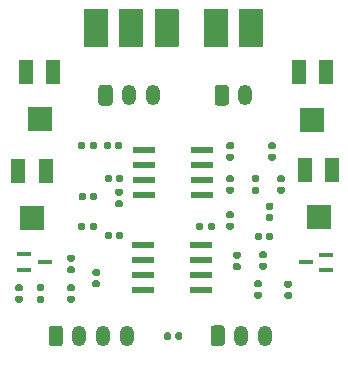
<source format=gbr>
%TF.GenerationSoftware,KiCad,Pcbnew,(5.1.9-0-10_14)*%
%TF.CreationDate,2021-05-07T17:02:22+01:00*%
%TF.ProjectId,EMGSensor3.1,454d4753-656e-4736-9f72-332e312e6b69,rev?*%
%TF.SameCoordinates,Original*%
%TF.FileFunction,Soldermask,Top*%
%TF.FilePolarity,Negative*%
%FSLAX46Y46*%
G04 Gerber Fmt 4.6, Leading zero omitted, Abs format (unit mm)*
G04 Created by KiCad (PCBNEW (5.1.9-0-10_14)) date 2021-05-07 17:02:22*
%MOMM*%
%LPD*%
G01*
G04 APERTURE LIST*
%ADD10R,1.168400X0.457200*%
%ADD11R,1.300000X2.000000*%
%ADD12R,2.000000X2.000000*%
%ADD13O,1.200000X1.750000*%
%ADD14C,0.100000*%
%ADD15R,1.981200X0.558800*%
G04 APERTURE END LIST*
D10*
%TO.C,D2*%
X199148700Y-68315599D03*
X199148700Y-67015601D03*
X197396100Y-67665600D03*
%TD*%
%TO.C,R9*%
G36*
G01*
X174782700Y-70497200D02*
X175127700Y-70497200D01*
G75*
G02*
X175275200Y-70644700I0J-147500D01*
G01*
X175275200Y-70939700D01*
G75*
G02*
X175127700Y-71087200I-147500J0D01*
G01*
X174782700Y-71087200D01*
G75*
G02*
X174635200Y-70939700I0J147500D01*
G01*
X174635200Y-70644700D01*
G75*
G02*
X174782700Y-70497200I147500J0D01*
G01*
G37*
G36*
G01*
X174782700Y-69527200D02*
X175127700Y-69527200D01*
G75*
G02*
X175275200Y-69674700I0J-147500D01*
G01*
X175275200Y-69969700D01*
G75*
G02*
X175127700Y-70117200I-147500J0D01*
G01*
X174782700Y-70117200D01*
G75*
G02*
X174635200Y-69969700I0J147500D01*
G01*
X174635200Y-69674700D01*
G75*
G02*
X174782700Y-69527200I147500J0D01*
G01*
G37*
%TD*%
D11*
%TO.C,RV22*%
X199651000Y-59849000D03*
D12*
X198501000Y-63849000D03*
D11*
X197351000Y-59849000D03*
%TD*%
%TO.C,C5*%
G36*
G01*
X194660000Y-65317500D02*
X194660000Y-65662500D01*
G75*
G02*
X194512500Y-65810000I-147500J0D01*
G01*
X194217500Y-65810000D01*
G75*
G02*
X194070000Y-65662500I0J147500D01*
G01*
X194070000Y-65317500D01*
G75*
G02*
X194217500Y-65170000I147500J0D01*
G01*
X194512500Y-65170000D01*
G75*
G02*
X194660000Y-65317500I0J-147500D01*
G01*
G37*
G36*
G01*
X193690000Y-65317500D02*
X193690000Y-65662500D01*
G75*
G02*
X193542500Y-65810000I-147500J0D01*
G01*
X193247500Y-65810000D01*
G75*
G02*
X193100000Y-65662500I0J147500D01*
G01*
X193100000Y-65317500D01*
G75*
G02*
X193247500Y-65170000I147500J0D01*
G01*
X193542500Y-65170000D01*
G75*
G02*
X193690000Y-65317500I0J-147500D01*
G01*
G37*
%TD*%
%TO.C,C8*%
G36*
G01*
X185995000Y-73747500D02*
X185995000Y-74092500D01*
G75*
G02*
X185847500Y-74240000I-147500J0D01*
G01*
X185552500Y-74240000D01*
G75*
G02*
X185405000Y-74092500I0J147500D01*
G01*
X185405000Y-73747500D01*
G75*
G02*
X185552500Y-73600000I147500J0D01*
G01*
X185847500Y-73600000D01*
G75*
G02*
X185995000Y-73747500I0J-147500D01*
G01*
G37*
G36*
G01*
X186965000Y-73747500D02*
X186965000Y-74092500D01*
G75*
G02*
X186817500Y-74240000I-147500J0D01*
G01*
X186522500Y-74240000D01*
G75*
G02*
X186375000Y-74092500I0J147500D01*
G01*
X186375000Y-73747500D01*
G75*
G02*
X186522500Y-73600000I147500J0D01*
G01*
X186817500Y-73600000D01*
G75*
G02*
X186965000Y-73747500I0J-147500D01*
G01*
G37*
%TD*%
%TO.C,J1*%
G36*
G01*
X179867000Y-54155501D02*
X179867000Y-52905499D01*
G75*
G02*
X180116999Y-52655500I249999J0D01*
G01*
X180817001Y-52655500D01*
G75*
G02*
X181067000Y-52905499I0J-249999D01*
G01*
X181067000Y-54155501D01*
G75*
G02*
X180817001Y-54405500I-249999J0D01*
G01*
X180116999Y-54405500D01*
G75*
G02*
X179867000Y-54155501I0J249999D01*
G01*
G37*
D13*
X182467000Y-53530500D03*
X184467000Y-53530500D03*
%TD*%
%TO.C,J2*%
X192309500Y-53530500D03*
G36*
G01*
X189709500Y-54155501D02*
X189709500Y-52905499D01*
G75*
G02*
X189959499Y-52655500I249999J0D01*
G01*
X190659501Y-52655500D01*
G75*
G02*
X190909500Y-52905499I0J-249999D01*
G01*
X190909500Y-54155501D01*
G75*
G02*
X190659501Y-54405500I-249999J0D01*
G01*
X189959499Y-54405500D01*
G75*
G02*
X189709500Y-54155501I0J249999D01*
G01*
G37*
%TD*%
%TO.C,R1*%
G36*
G01*
X178163000Y-57957500D02*
X178163000Y-57612500D01*
G75*
G02*
X178310500Y-57465000I147500J0D01*
G01*
X178605500Y-57465000D01*
G75*
G02*
X178753000Y-57612500I0J-147500D01*
G01*
X178753000Y-57957500D01*
G75*
G02*
X178605500Y-58105000I-147500J0D01*
G01*
X178310500Y-58105000D01*
G75*
G02*
X178163000Y-57957500I0J147500D01*
G01*
G37*
G36*
G01*
X179133000Y-57957500D02*
X179133000Y-57612500D01*
G75*
G02*
X179280500Y-57465000I147500J0D01*
G01*
X179575500Y-57465000D01*
G75*
G02*
X179723000Y-57612500I0J-147500D01*
G01*
X179723000Y-57957500D01*
G75*
G02*
X179575500Y-58105000I-147500J0D01*
G01*
X179280500Y-58105000D01*
G75*
G02*
X179133000Y-57957500I0J147500D01*
G01*
G37*
%TD*%
%TO.C,R2*%
G36*
G01*
X180322000Y-57957500D02*
X180322000Y-57612500D01*
G75*
G02*
X180469500Y-57465000I147500J0D01*
G01*
X180764500Y-57465000D01*
G75*
G02*
X180912000Y-57612500I0J-147500D01*
G01*
X180912000Y-57957500D01*
G75*
G02*
X180764500Y-58105000I-147500J0D01*
G01*
X180469500Y-58105000D01*
G75*
G02*
X180322000Y-57957500I0J147500D01*
G01*
G37*
G36*
G01*
X181292000Y-57957500D02*
X181292000Y-57612500D01*
G75*
G02*
X181439500Y-57465000I147500J0D01*
G01*
X181734500Y-57465000D01*
G75*
G02*
X181882000Y-57612500I0J-147500D01*
G01*
X181882000Y-57957500D01*
G75*
G02*
X181734500Y-58105000I-147500J0D01*
G01*
X181439500Y-58105000D01*
G75*
G02*
X181292000Y-57957500I0J147500D01*
G01*
G37*
%TD*%
%TO.C,R3*%
G36*
G01*
X181968500Y-60406500D02*
X181968500Y-60751500D01*
G75*
G02*
X181821000Y-60899000I-147500J0D01*
G01*
X181526000Y-60899000D01*
G75*
G02*
X181378500Y-60751500I0J147500D01*
G01*
X181378500Y-60406500D01*
G75*
G02*
X181526000Y-60259000I147500J0D01*
G01*
X181821000Y-60259000D01*
G75*
G02*
X181968500Y-60406500I0J-147500D01*
G01*
G37*
G36*
G01*
X180998500Y-60406500D02*
X180998500Y-60751500D01*
G75*
G02*
X180851000Y-60899000I-147500J0D01*
G01*
X180556000Y-60899000D01*
G75*
G02*
X180408500Y-60751500I0J147500D01*
G01*
X180408500Y-60406500D01*
G75*
G02*
X180556000Y-60259000I147500J0D01*
G01*
X180851000Y-60259000D01*
G75*
G02*
X180998500Y-60406500I0J-147500D01*
G01*
G37*
%TD*%
%TO.C,R6*%
G36*
G01*
X179723000Y-64470500D02*
X179723000Y-64815500D01*
G75*
G02*
X179575500Y-64963000I-147500J0D01*
G01*
X179280500Y-64963000D01*
G75*
G02*
X179133000Y-64815500I0J147500D01*
G01*
X179133000Y-64470500D01*
G75*
G02*
X179280500Y-64323000I147500J0D01*
G01*
X179575500Y-64323000D01*
G75*
G02*
X179723000Y-64470500I0J-147500D01*
G01*
G37*
G36*
G01*
X178753000Y-64470500D02*
X178753000Y-64815500D01*
G75*
G02*
X178605500Y-64963000I-147500J0D01*
G01*
X178310500Y-64963000D01*
G75*
G02*
X178163000Y-64815500I0J147500D01*
G01*
X178163000Y-64470500D01*
G75*
G02*
X178310500Y-64323000I147500J0D01*
G01*
X178605500Y-64323000D01*
G75*
G02*
X178753000Y-64470500I0J-147500D01*
G01*
G37*
%TD*%
%TO.C,R7*%
G36*
G01*
X181378500Y-65577500D02*
X181378500Y-65232500D01*
G75*
G02*
X181526000Y-65085000I147500J0D01*
G01*
X181821000Y-65085000D01*
G75*
G02*
X181968500Y-65232500I0J-147500D01*
G01*
X181968500Y-65577500D01*
G75*
G02*
X181821000Y-65725000I-147500J0D01*
G01*
X181526000Y-65725000D01*
G75*
G02*
X181378500Y-65577500I0J147500D01*
G01*
G37*
G36*
G01*
X180408500Y-65577500D02*
X180408500Y-65232500D01*
G75*
G02*
X180556000Y-65085000I147500J0D01*
G01*
X180851000Y-65085000D01*
G75*
G02*
X180998500Y-65232500I0J-147500D01*
G01*
X180998500Y-65577500D01*
G75*
G02*
X180851000Y-65725000I-147500J0D01*
G01*
X180556000Y-65725000D01*
G75*
G02*
X180408500Y-65577500I0J147500D01*
G01*
G37*
%TD*%
%TO.C,R8*%
G36*
G01*
X179507100Y-68231800D02*
X179852100Y-68231800D01*
G75*
G02*
X179999600Y-68379300I0J-147500D01*
G01*
X179999600Y-68674300D01*
G75*
G02*
X179852100Y-68821800I-147500J0D01*
G01*
X179507100Y-68821800D01*
G75*
G02*
X179359600Y-68674300I0J147500D01*
G01*
X179359600Y-68379300D01*
G75*
G02*
X179507100Y-68231800I147500J0D01*
G01*
G37*
G36*
G01*
X179507100Y-69201800D02*
X179852100Y-69201800D01*
G75*
G02*
X179999600Y-69349300I0J-147500D01*
G01*
X179999600Y-69644300D01*
G75*
G02*
X179852100Y-69791800I-147500J0D01*
G01*
X179507100Y-69791800D01*
G75*
G02*
X179359600Y-69644300I0J147500D01*
G01*
X179359600Y-69349300D01*
G75*
G02*
X179507100Y-69201800I147500J0D01*
G01*
G37*
%TD*%
%TO.C,R10*%
G36*
G01*
X173324300Y-70119600D02*
X172979300Y-70119600D01*
G75*
G02*
X172831800Y-69972100I0J147500D01*
G01*
X172831800Y-69677100D01*
G75*
G02*
X172979300Y-69529600I147500J0D01*
G01*
X173324300Y-69529600D01*
G75*
G02*
X173471800Y-69677100I0J-147500D01*
G01*
X173471800Y-69972100D01*
G75*
G02*
X173324300Y-70119600I-147500J0D01*
G01*
G37*
G36*
G01*
X173324300Y-71089600D02*
X172979300Y-71089600D01*
G75*
G02*
X172831800Y-70942100I0J147500D01*
G01*
X172831800Y-70647100D01*
G75*
G02*
X172979300Y-70499600I147500J0D01*
G01*
X173324300Y-70499600D01*
G75*
G02*
X173471800Y-70647100I0J-147500D01*
G01*
X173471800Y-70942100D01*
G75*
G02*
X173324300Y-71089600I-147500J0D01*
G01*
G37*
%TD*%
%TO.C,R12*%
G36*
G01*
X195498500Y-60897000D02*
X195153500Y-60897000D01*
G75*
G02*
X195006000Y-60749500I0J147500D01*
G01*
X195006000Y-60454500D01*
G75*
G02*
X195153500Y-60307000I147500J0D01*
G01*
X195498500Y-60307000D01*
G75*
G02*
X195646000Y-60454500I0J-147500D01*
G01*
X195646000Y-60749500D01*
G75*
G02*
X195498500Y-60897000I-147500J0D01*
G01*
G37*
G36*
G01*
X195498500Y-61867000D02*
X195153500Y-61867000D01*
G75*
G02*
X195006000Y-61719500I0J147500D01*
G01*
X195006000Y-61424500D01*
G75*
G02*
X195153500Y-61277000I147500J0D01*
G01*
X195498500Y-61277000D01*
G75*
G02*
X195646000Y-61424500I0J-147500D01*
G01*
X195646000Y-61719500D01*
G75*
G02*
X195498500Y-61867000I-147500J0D01*
G01*
G37*
%TD*%
%TO.C,R13*%
G36*
G01*
X193339500Y-61867000D02*
X192994500Y-61867000D01*
G75*
G02*
X192847000Y-61719500I0J147500D01*
G01*
X192847000Y-61424500D01*
G75*
G02*
X192994500Y-61277000I147500J0D01*
G01*
X193339500Y-61277000D01*
G75*
G02*
X193487000Y-61424500I0J-147500D01*
G01*
X193487000Y-61719500D01*
G75*
G02*
X193339500Y-61867000I-147500J0D01*
G01*
G37*
G36*
G01*
X193339500Y-60897000D02*
X192994500Y-60897000D01*
G75*
G02*
X192847000Y-60749500I0J147500D01*
G01*
X192847000Y-60454500D01*
G75*
G02*
X192994500Y-60307000I147500J0D01*
G01*
X193339500Y-60307000D01*
G75*
G02*
X193487000Y-60454500I0J-147500D01*
G01*
X193487000Y-60749500D01*
G75*
G02*
X193339500Y-60897000I-147500J0D01*
G01*
G37*
%TD*%
%TO.C,R14*%
G36*
G01*
X194188300Y-62618400D02*
X194533300Y-62618400D01*
G75*
G02*
X194680800Y-62765900I0J-147500D01*
G01*
X194680800Y-63060900D01*
G75*
G02*
X194533300Y-63208400I-147500J0D01*
G01*
X194188300Y-63208400D01*
G75*
G02*
X194040800Y-63060900I0J147500D01*
G01*
X194040800Y-62765900D01*
G75*
G02*
X194188300Y-62618400I147500J0D01*
G01*
G37*
G36*
G01*
X194188300Y-63588400D02*
X194533300Y-63588400D01*
G75*
G02*
X194680800Y-63735900I0J-147500D01*
G01*
X194680800Y-64030900D01*
G75*
G02*
X194533300Y-64178400I-147500J0D01*
G01*
X194188300Y-64178400D01*
G75*
G02*
X194040800Y-64030900I0J147500D01*
G01*
X194040800Y-63735900D01*
G75*
G02*
X194188300Y-63588400I147500J0D01*
G01*
G37*
%TD*%
%TO.C,R15*%
G36*
G01*
X190835500Y-60307000D02*
X191180500Y-60307000D01*
G75*
G02*
X191328000Y-60454500I0J-147500D01*
G01*
X191328000Y-60749500D01*
G75*
G02*
X191180500Y-60897000I-147500J0D01*
G01*
X190835500Y-60897000D01*
G75*
G02*
X190688000Y-60749500I0J147500D01*
G01*
X190688000Y-60454500D01*
G75*
G02*
X190835500Y-60307000I147500J0D01*
G01*
G37*
G36*
G01*
X190835500Y-61277000D02*
X191180500Y-61277000D01*
G75*
G02*
X191328000Y-61424500I0J-147500D01*
G01*
X191328000Y-61719500D01*
G75*
G02*
X191180500Y-61867000I-147500J0D01*
G01*
X190835500Y-61867000D01*
G75*
G02*
X190688000Y-61719500I0J147500D01*
G01*
X190688000Y-61424500D01*
G75*
G02*
X190835500Y-61277000I147500J0D01*
G01*
G37*
%TD*%
%TO.C,R17*%
G36*
G01*
X194391500Y-58483000D02*
X194736500Y-58483000D01*
G75*
G02*
X194884000Y-58630500I0J-147500D01*
G01*
X194884000Y-58925500D01*
G75*
G02*
X194736500Y-59073000I-147500J0D01*
G01*
X194391500Y-59073000D01*
G75*
G02*
X194244000Y-58925500I0J147500D01*
G01*
X194244000Y-58630500D01*
G75*
G02*
X194391500Y-58483000I147500J0D01*
G01*
G37*
G36*
G01*
X194391500Y-57513000D02*
X194736500Y-57513000D01*
G75*
G02*
X194884000Y-57660500I0J-147500D01*
G01*
X194884000Y-57955500D01*
G75*
G02*
X194736500Y-58103000I-147500J0D01*
G01*
X194391500Y-58103000D01*
G75*
G02*
X194244000Y-57955500I0J147500D01*
G01*
X194244000Y-57660500D01*
G75*
G02*
X194391500Y-57513000I147500J0D01*
G01*
G37*
%TD*%
%TO.C,R18*%
G36*
G01*
X191180500Y-63945000D02*
X190835500Y-63945000D01*
G75*
G02*
X190688000Y-63797500I0J147500D01*
G01*
X190688000Y-63502500D01*
G75*
G02*
X190835500Y-63355000I147500J0D01*
G01*
X191180500Y-63355000D01*
G75*
G02*
X191328000Y-63502500I0J-147500D01*
G01*
X191328000Y-63797500D01*
G75*
G02*
X191180500Y-63945000I-147500J0D01*
G01*
G37*
G36*
G01*
X191180500Y-64915000D02*
X190835500Y-64915000D01*
G75*
G02*
X190688000Y-64767500I0J147500D01*
G01*
X190688000Y-64472500D01*
G75*
G02*
X190835500Y-64325000I147500J0D01*
G01*
X191180500Y-64325000D01*
G75*
G02*
X191328000Y-64472500I0J-147500D01*
G01*
X191328000Y-64767500D01*
G75*
G02*
X191180500Y-64915000I-147500J0D01*
G01*
G37*
%TD*%
%TO.C,R19*%
G36*
G01*
X193629500Y-67700000D02*
X193974500Y-67700000D01*
G75*
G02*
X194122000Y-67847500I0J-147500D01*
G01*
X194122000Y-68142500D01*
G75*
G02*
X193974500Y-68290000I-147500J0D01*
G01*
X193629500Y-68290000D01*
G75*
G02*
X193482000Y-68142500I0J147500D01*
G01*
X193482000Y-67847500D01*
G75*
G02*
X193629500Y-67700000I147500J0D01*
G01*
G37*
G36*
G01*
X193629500Y-66730000D02*
X193974500Y-66730000D01*
G75*
G02*
X194122000Y-66877500I0J-147500D01*
G01*
X194122000Y-67172500D01*
G75*
G02*
X193974500Y-67320000I-147500J0D01*
G01*
X193629500Y-67320000D01*
G75*
G02*
X193482000Y-67172500I0J147500D01*
G01*
X193482000Y-66877500D01*
G75*
G02*
X193629500Y-66730000I147500J0D01*
G01*
G37*
%TD*%
%TO.C,R20*%
G36*
G01*
X193217500Y-70160000D02*
X193562500Y-70160000D01*
G75*
G02*
X193710000Y-70307500I0J-147500D01*
G01*
X193710000Y-70602500D01*
G75*
G02*
X193562500Y-70750000I-147500J0D01*
G01*
X193217500Y-70750000D01*
G75*
G02*
X193070000Y-70602500I0J147500D01*
G01*
X193070000Y-70307500D01*
G75*
G02*
X193217500Y-70160000I147500J0D01*
G01*
G37*
G36*
G01*
X193217500Y-69190000D02*
X193562500Y-69190000D01*
G75*
G02*
X193710000Y-69337500I0J-147500D01*
G01*
X193710000Y-69632500D01*
G75*
G02*
X193562500Y-69780000I-147500J0D01*
G01*
X193217500Y-69780000D01*
G75*
G02*
X193070000Y-69632500I0J147500D01*
G01*
X193070000Y-69337500D01*
G75*
G02*
X193217500Y-69190000I147500J0D01*
G01*
G37*
%TD*%
%TO.C,R21*%
G36*
G01*
X196102500Y-70770000D02*
X195757500Y-70770000D01*
G75*
G02*
X195610000Y-70622500I0J147500D01*
G01*
X195610000Y-70327500D01*
G75*
G02*
X195757500Y-70180000I147500J0D01*
G01*
X196102500Y-70180000D01*
G75*
G02*
X196250000Y-70327500I0J-147500D01*
G01*
X196250000Y-70622500D01*
G75*
G02*
X196102500Y-70770000I-147500J0D01*
G01*
G37*
G36*
G01*
X196102500Y-69800000D02*
X195757500Y-69800000D01*
G75*
G02*
X195610000Y-69652500I0J147500D01*
G01*
X195610000Y-69357500D01*
G75*
G02*
X195757500Y-69210000I147500J0D01*
G01*
X196102500Y-69210000D01*
G75*
G02*
X196250000Y-69357500I0J-147500D01*
G01*
X196250000Y-69652500D01*
G75*
G02*
X196102500Y-69800000I-147500J0D01*
G01*
G37*
%TD*%
D11*
%TO.C,RV5*%
X173729000Y-51568600D03*
D12*
X174879000Y-55568600D03*
D11*
X176029000Y-51568600D03*
%TD*%
%TO.C,RV11*%
X175394000Y-59912500D03*
D12*
X174244000Y-63912500D03*
D11*
X173094000Y-59912500D03*
%TD*%
%TO.C,RV16*%
X196817600Y-51594000D03*
D12*
X197967600Y-55594000D03*
D11*
X199117600Y-51594000D03*
%TD*%
%TO.C,R4*%
G36*
G01*
X178186000Y-62275500D02*
X178186000Y-61930500D01*
G75*
G02*
X178333500Y-61783000I147500J0D01*
G01*
X178628500Y-61783000D01*
G75*
G02*
X178776000Y-61930500I0J-147500D01*
G01*
X178776000Y-62275500D01*
G75*
G02*
X178628500Y-62423000I-147500J0D01*
G01*
X178333500Y-62423000D01*
G75*
G02*
X178186000Y-62275500I0J147500D01*
G01*
G37*
G36*
G01*
X179156000Y-62275500D02*
X179156000Y-61930500D01*
G75*
G02*
X179303500Y-61783000I147500J0D01*
G01*
X179598500Y-61783000D01*
G75*
G02*
X179746000Y-61930500I0J-147500D01*
G01*
X179746000Y-62275500D01*
G75*
G02*
X179598500Y-62423000I-147500J0D01*
G01*
X179303500Y-62423000D01*
G75*
G02*
X179156000Y-62275500I0J147500D01*
G01*
G37*
%TD*%
%TO.C,J4*%
G36*
G01*
X175650600Y-74539001D02*
X175650600Y-73288999D01*
G75*
G02*
X175900599Y-73039000I249999J0D01*
G01*
X176600601Y-73039000D01*
G75*
G02*
X176850600Y-73288999I0J-249999D01*
G01*
X176850600Y-74539001D01*
G75*
G02*
X176600601Y-74789000I-249999J0D01*
G01*
X175900599Y-74789000D01*
G75*
G02*
X175650600Y-74539001I0J249999D01*
G01*
G37*
D13*
X178250600Y-73914000D03*
X180250600Y-73914000D03*
X182250600Y-73914000D03*
%TD*%
%TO.C,C1*%
G36*
G01*
X177718500Y-68598000D02*
X177373500Y-68598000D01*
G75*
G02*
X177226000Y-68450500I0J147500D01*
G01*
X177226000Y-68155500D01*
G75*
G02*
X177373500Y-68008000I147500J0D01*
G01*
X177718500Y-68008000D01*
G75*
G02*
X177866000Y-68155500I0J-147500D01*
G01*
X177866000Y-68450500D01*
G75*
G02*
X177718500Y-68598000I-147500J0D01*
G01*
G37*
G36*
G01*
X177718500Y-67628000D02*
X177373500Y-67628000D01*
G75*
G02*
X177226000Y-67480500I0J147500D01*
G01*
X177226000Y-67185500D01*
G75*
G02*
X177373500Y-67038000I147500J0D01*
G01*
X177718500Y-67038000D01*
G75*
G02*
X177866000Y-67185500I0J-147500D01*
G01*
X177866000Y-67480500D01*
G75*
G02*
X177718500Y-67628000I-147500J0D01*
G01*
G37*
%TD*%
%TO.C,C6*%
G36*
G01*
X191764700Y-67348600D02*
X191419700Y-67348600D01*
G75*
G02*
X191272200Y-67201100I0J147500D01*
G01*
X191272200Y-66906100D01*
G75*
G02*
X191419700Y-66758600I147500J0D01*
G01*
X191764700Y-66758600D01*
G75*
G02*
X191912200Y-66906100I0J-147500D01*
G01*
X191912200Y-67201100D01*
G75*
G02*
X191764700Y-67348600I-147500J0D01*
G01*
G37*
G36*
G01*
X191764700Y-68318600D02*
X191419700Y-68318600D01*
G75*
G02*
X191272200Y-68171100I0J147500D01*
G01*
X191272200Y-67876100D01*
G75*
G02*
X191419700Y-67728600I147500J0D01*
G01*
X191764700Y-67728600D01*
G75*
G02*
X191912200Y-67876100I0J-147500D01*
G01*
X191912200Y-68171100D01*
G75*
G02*
X191764700Y-68318600I-147500J0D01*
G01*
G37*
%TD*%
%TO.C,C2*%
G36*
G01*
X177718500Y-70104500D02*
X177373500Y-70104500D01*
G75*
G02*
X177226000Y-69957000I0J147500D01*
G01*
X177226000Y-69662000D01*
G75*
G02*
X177373500Y-69514500I147500J0D01*
G01*
X177718500Y-69514500D01*
G75*
G02*
X177866000Y-69662000I0J-147500D01*
G01*
X177866000Y-69957000D01*
G75*
G02*
X177718500Y-70104500I-147500J0D01*
G01*
G37*
G36*
G01*
X177718500Y-71074500D02*
X177373500Y-71074500D01*
G75*
G02*
X177226000Y-70927000I0J147500D01*
G01*
X177226000Y-70632000D01*
G75*
G02*
X177373500Y-70484500I147500J0D01*
G01*
X177718500Y-70484500D01*
G75*
G02*
X177866000Y-70632000I0J-147500D01*
G01*
X177866000Y-70927000D01*
G75*
G02*
X177718500Y-71074500I-147500J0D01*
G01*
G37*
%TD*%
%TO.C,C3*%
G36*
G01*
X190835500Y-57487600D02*
X191180500Y-57487600D01*
G75*
G02*
X191328000Y-57635100I0J-147500D01*
G01*
X191328000Y-57930100D01*
G75*
G02*
X191180500Y-58077600I-147500J0D01*
G01*
X190835500Y-58077600D01*
G75*
G02*
X190688000Y-57930100I0J147500D01*
G01*
X190688000Y-57635100D01*
G75*
G02*
X190835500Y-57487600I147500J0D01*
G01*
G37*
G36*
G01*
X190835500Y-58457600D02*
X191180500Y-58457600D01*
G75*
G02*
X191328000Y-58605100I0J-147500D01*
G01*
X191328000Y-58900100D01*
G75*
G02*
X191180500Y-59047600I-147500J0D01*
G01*
X190835500Y-59047600D01*
G75*
G02*
X190688000Y-58900100I0J147500D01*
G01*
X190688000Y-58605100D01*
G75*
G02*
X190835500Y-58457600I147500J0D01*
G01*
G37*
%TD*%
%TO.C,C4*%
G36*
G01*
X188735200Y-64470500D02*
X188735200Y-64815500D01*
G75*
G02*
X188587700Y-64963000I-147500J0D01*
G01*
X188292700Y-64963000D01*
G75*
G02*
X188145200Y-64815500I0J147500D01*
G01*
X188145200Y-64470500D01*
G75*
G02*
X188292700Y-64323000I147500J0D01*
G01*
X188587700Y-64323000D01*
G75*
G02*
X188735200Y-64470500I0J-147500D01*
G01*
G37*
G36*
G01*
X189705200Y-64470500D02*
X189705200Y-64815500D01*
G75*
G02*
X189557700Y-64963000I-147500J0D01*
G01*
X189262700Y-64963000D01*
G75*
G02*
X189115200Y-64815500I0J147500D01*
G01*
X189115200Y-64470500D01*
G75*
G02*
X189262700Y-64323000I147500J0D01*
G01*
X189557700Y-64323000D01*
G75*
G02*
X189705200Y-64470500I0J-147500D01*
G01*
G37*
%TD*%
%TO.C,C7*%
G36*
G01*
X181782500Y-62040000D02*
X181437500Y-62040000D01*
G75*
G02*
X181290000Y-61892500I0J147500D01*
G01*
X181290000Y-61597500D01*
G75*
G02*
X181437500Y-61450000I147500J0D01*
G01*
X181782500Y-61450000D01*
G75*
G02*
X181930000Y-61597500I0J-147500D01*
G01*
X181930000Y-61892500D01*
G75*
G02*
X181782500Y-62040000I-147500J0D01*
G01*
G37*
G36*
G01*
X181782500Y-63010000D02*
X181437500Y-63010000D01*
G75*
G02*
X181290000Y-62862500I0J147500D01*
G01*
X181290000Y-62567500D01*
G75*
G02*
X181437500Y-62420000I147500J0D01*
G01*
X181782500Y-62420000D01*
G75*
G02*
X181930000Y-62567500I0J-147500D01*
G01*
X181930000Y-62862500D01*
G75*
G02*
X181782500Y-63010000I-147500J0D01*
G01*
G37*
%TD*%
%TO.C,J3*%
G36*
G01*
X189366600Y-74513601D02*
X189366600Y-73263599D01*
G75*
G02*
X189616599Y-73013600I249999J0D01*
G01*
X190316601Y-73013600D01*
G75*
G02*
X190566600Y-73263599I0J-249999D01*
G01*
X190566600Y-74513601D01*
G75*
G02*
X190316601Y-74763600I-249999J0D01*
G01*
X189616599Y-74763600D01*
G75*
G02*
X189366600Y-74513601I0J249999D01*
G01*
G37*
X191966600Y-73888600D03*
X193966600Y-73888600D03*
%TD*%
D14*
%TO.C,J1B1*%
G36*
X186642159Y-49379532D02*
G01*
X186637891Y-49393601D01*
X186630960Y-49406568D01*
X186621633Y-49417933D01*
X186610268Y-49427260D01*
X186597301Y-49434191D01*
X186583232Y-49438459D01*
X186568600Y-49439900D01*
X184689000Y-49439900D01*
X184674368Y-49438459D01*
X184660299Y-49434191D01*
X184647332Y-49427260D01*
X184635967Y-49417933D01*
X184626640Y-49406568D01*
X184619709Y-49393601D01*
X184615441Y-49379532D01*
X184614000Y-49364900D01*
X184614000Y-46266100D01*
X184615441Y-46251468D01*
X184619709Y-46237399D01*
X184626640Y-46224432D01*
X184635967Y-46213067D01*
X184647332Y-46203740D01*
X184660299Y-46196809D01*
X184674368Y-46192541D01*
X184689000Y-46191100D01*
X186568600Y-46191100D01*
X186583232Y-46192541D01*
X186597301Y-46196809D01*
X186610268Y-46203740D01*
X186621633Y-46213067D01*
X186630960Y-46224432D01*
X186637891Y-46237399D01*
X186642159Y-46251468D01*
X186643600Y-46266100D01*
X186643600Y-49364900D01*
X186642159Y-49379532D01*
G37*
G36*
X180642159Y-49379532D02*
G01*
X180637891Y-49393601D01*
X180630960Y-49406568D01*
X180621633Y-49417933D01*
X180610268Y-49427260D01*
X180597301Y-49434191D01*
X180583232Y-49438459D01*
X180568600Y-49439900D01*
X178689000Y-49439900D01*
X178674368Y-49438459D01*
X178660299Y-49434191D01*
X178647332Y-49427260D01*
X178635967Y-49417933D01*
X178626640Y-49406568D01*
X178619709Y-49393601D01*
X178615441Y-49379532D01*
X178614000Y-49364900D01*
X178614000Y-46266100D01*
X178615441Y-46251468D01*
X178619709Y-46237399D01*
X178626640Y-46224432D01*
X178635967Y-46213067D01*
X178647332Y-46203740D01*
X178660299Y-46196809D01*
X178674368Y-46192541D01*
X178689000Y-46191100D01*
X180568600Y-46191100D01*
X180583232Y-46192541D01*
X180597301Y-46196809D01*
X180610268Y-46203740D01*
X180621633Y-46213067D01*
X180630960Y-46224432D01*
X180637891Y-46237399D01*
X180642159Y-46251468D01*
X180643600Y-46266100D01*
X180643600Y-49364900D01*
X180642159Y-49379532D01*
G37*
G36*
X183642159Y-49379532D02*
G01*
X183637891Y-49393601D01*
X183630960Y-49406568D01*
X183621633Y-49417933D01*
X183610268Y-49427260D01*
X183597301Y-49434191D01*
X183583232Y-49438459D01*
X183568600Y-49439900D01*
X181689000Y-49439900D01*
X181674368Y-49438459D01*
X181660299Y-49434191D01*
X181647332Y-49427260D01*
X181635967Y-49417933D01*
X181626640Y-49406568D01*
X181619709Y-49393601D01*
X181615441Y-49379532D01*
X181614000Y-49364900D01*
X181614000Y-46266100D01*
X181615441Y-46251468D01*
X181619709Y-46237399D01*
X181626640Y-46224432D01*
X181635967Y-46213067D01*
X181647332Y-46203740D01*
X181660299Y-46196809D01*
X181674368Y-46192541D01*
X181689000Y-46191100D01*
X183568600Y-46191100D01*
X183583232Y-46192541D01*
X183597301Y-46196809D01*
X183610268Y-46203740D01*
X183621633Y-46213067D01*
X183630960Y-46224432D01*
X183637891Y-46237399D01*
X183642159Y-46251468D01*
X183643600Y-46266100D01*
X183643600Y-49364900D01*
X183642159Y-49379532D01*
G37*
%TD*%
%TO.C,J2B1*%
G36*
X193827559Y-49379532D02*
G01*
X193823291Y-49393601D01*
X193816360Y-49406568D01*
X193807033Y-49417933D01*
X193795668Y-49427260D01*
X193782701Y-49434191D01*
X193768632Y-49438459D01*
X193754000Y-49439900D01*
X191874400Y-49439900D01*
X191859768Y-49438459D01*
X191845699Y-49434191D01*
X191832732Y-49427260D01*
X191821367Y-49417933D01*
X191812040Y-49406568D01*
X191805109Y-49393601D01*
X191800841Y-49379532D01*
X191799400Y-49364900D01*
X191799400Y-46266100D01*
X191800841Y-46251468D01*
X191805109Y-46237399D01*
X191812040Y-46224432D01*
X191821367Y-46213067D01*
X191832732Y-46203740D01*
X191845699Y-46196809D01*
X191859768Y-46192541D01*
X191874400Y-46191100D01*
X193754000Y-46191100D01*
X193768632Y-46192541D01*
X193782701Y-46196809D01*
X193795668Y-46203740D01*
X193807033Y-46213067D01*
X193816360Y-46224432D01*
X193823291Y-46237399D01*
X193827559Y-46251468D01*
X193829000Y-46266100D01*
X193829000Y-49364900D01*
X193827559Y-49379532D01*
G37*
G36*
X190827559Y-49379532D02*
G01*
X190823291Y-49393601D01*
X190816360Y-49406568D01*
X190807033Y-49417933D01*
X190795668Y-49427260D01*
X190782701Y-49434191D01*
X190768632Y-49438459D01*
X190754000Y-49439900D01*
X188874400Y-49439900D01*
X188859768Y-49438459D01*
X188845699Y-49434191D01*
X188832732Y-49427260D01*
X188821367Y-49417933D01*
X188812040Y-49406568D01*
X188805109Y-49393601D01*
X188800841Y-49379532D01*
X188799400Y-49364900D01*
X188799400Y-46266100D01*
X188800841Y-46251468D01*
X188805109Y-46237399D01*
X188812040Y-46224432D01*
X188821367Y-46213067D01*
X188832732Y-46203740D01*
X188845699Y-46196809D01*
X188859768Y-46192541D01*
X188874400Y-46191100D01*
X190754000Y-46191100D01*
X190768632Y-46192541D01*
X190782701Y-46196809D01*
X190795668Y-46203740D01*
X190807033Y-46213067D01*
X190816360Y-46224432D01*
X190823291Y-46237399D01*
X190827559Y-46251468D01*
X190829000Y-46266100D01*
X190829000Y-49364900D01*
X190827559Y-49379532D01*
G37*
%TD*%
D10*
%TO.C,D1*%
X175348900Y-67640200D03*
X173596300Y-68290199D03*
X173596300Y-66990201D03*
%TD*%
D15*
%TO.C,U1*%
X188645800Y-58191400D03*
X188645800Y-59461400D03*
X188645800Y-60731400D03*
X188645800Y-62001400D03*
X183718200Y-62001400D03*
X183718200Y-60731400D03*
X183718200Y-59461400D03*
X183718200Y-58191400D03*
%TD*%
%TO.C,U2*%
X183654700Y-66230500D03*
X183654700Y-67500500D03*
X183654700Y-68770500D03*
X183654700Y-70040500D03*
X188582300Y-70040500D03*
X188582300Y-68770500D03*
X188582300Y-67500500D03*
X188582300Y-66230500D03*
%TD*%
M02*

</source>
